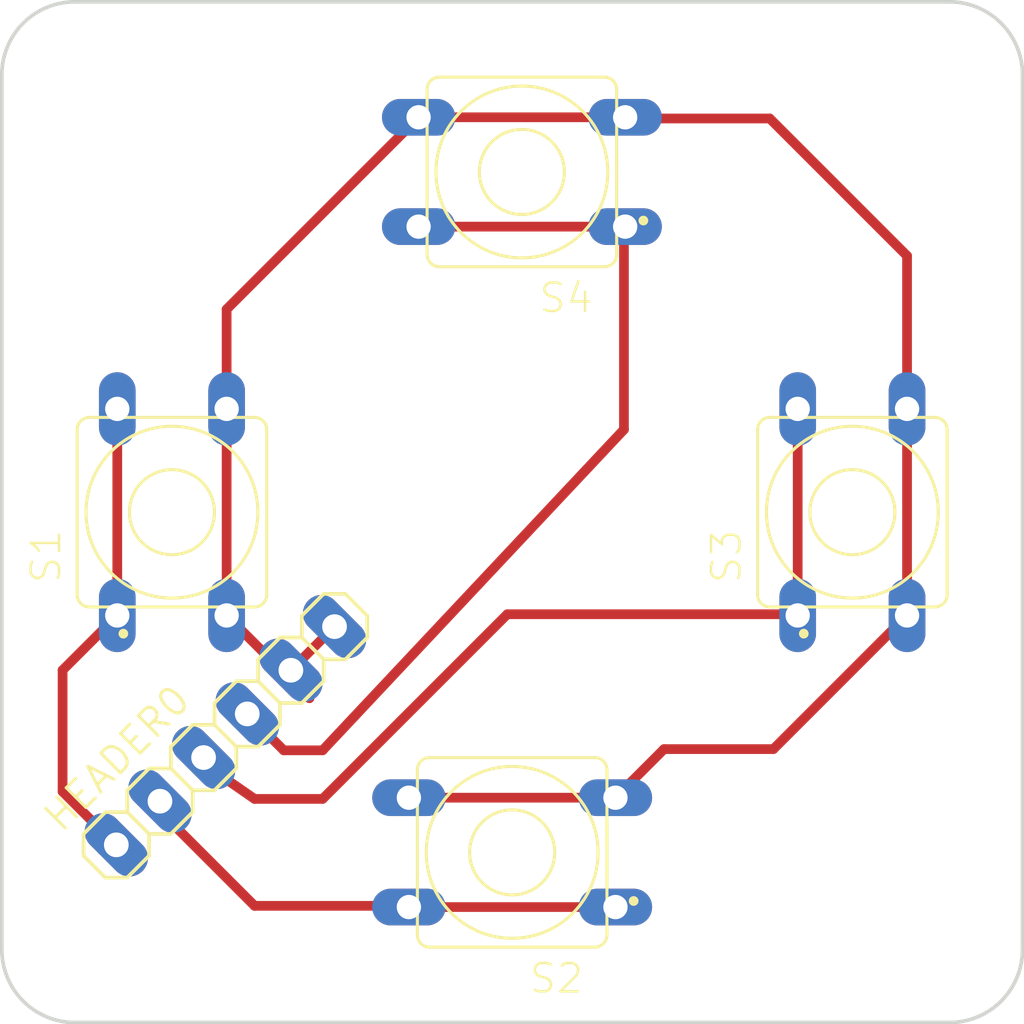
<source format=kicad_pcb>
(kicad_pcb (version 20221018) (generator pcbnew)
  (layers (0 "F.Cu" signal) (31 "B.Cu" signal) (34 "B.Paste" user) (35 "F.Paste" user) (36 "B.SilkS" user "B.Silkscreen") (37 "F.SilkS" user "F.Silkscreen") (38 "B.Mask" user) (39 "F.Mask" user) (44 "Edge.Cuts" user))
  (net 0 "")
  (net 1 "A")
  (net 2 "B")
  (net 3 "X")
  (net 4 "Y")
  (net 5 "GND")
  (footprint "working:8MM_SWITCH" (layer "F.Cu") (at 148.9011 91.0036 180)
    (fp_text reference "S4" (at -3 -4.5 180) (layer "F.SilkS") (effects (font (size 1.1684 1.1684) (thickness 0.1016)) (justify right top)))
    (fp_text value "SOFT_SWITCH" hide)
    (fp_line (start -3.9 3.4) (end -3.9 -3.4) (stroke (width 0.127)) (layer "F.SilkS"))
    (fp_line (start -3.4 -3.9) (end 3.4 -3.9) (stroke (width 0.127)) (layer "F.SilkS"))
    (fp_line (start 3.4 3.9) (end -3.4 3.9) (stroke (width 0.127)) (layer "F.SilkS"))
    (fp_line (start 3.9 -3.4) (end 3.9 3.4) (stroke (width 0.127)) (layer "F.SilkS"))
    (fp_arc (start -3.9 -3.4) (mid -3.753553 -3.753553) (end -3.4 -3.9) (stroke (width 0.127)) (layer "F.SilkS"))
    (fp_arc (start -3.4 3.9) (mid -3.753553 3.753553) (end -3.9 3.4) (stroke (width 0.127)) (layer "F.SilkS"))
    (fp_arc (start 3.4 -3.9) (mid 3.753553 -3.753553) (end 3.9 -3.4) (stroke (width 0.127)) (layer "F.SilkS"))
    (fp_arc (start 3.9 3.4) (mid 3.753553 3.753553) (end 3.4 3.9) (stroke (width 0.127)) (layer "F.SilkS"))
    (fp_circle (center -5 -2) (end -4.9 -2) (stroke (width 0.2)) (fill solid) (layer "F.SilkS"))
    (fp_circle (center 0 0) (end 1.75 0) (stroke (width 0.127)) (fill none) (layer "F.SilkS"))
    (fp_circle (center 0 0) (end 3.535531 0) (stroke (width 0.127)) (fill none) (layer "F.SilkS"))
    (pad "1" thru_hole oval (at -4.25 -2.25) (size 3.016 1.508) (drill 1) (layers "*.Cu" "*.Mask") (net 4 "Y"))
    (pad "2" thru_hole oval (at 4.25 -2.25 180) (size 3.016 1.508) (drill 1) (layers "*.Cu" "*.Mask") (net 4 "Y"))
    (pad "3" thru_hole oval (at -4.25 2.25 180) (size 3.016 1.508) (drill 1) (layers "*.Cu" "*.Mask") (net 5 "GND"))
    (pad "4" thru_hole oval (at 4.25 2.25 180) (size 3.016 1.508) (drill 1) (layers "*.Cu" "*.Mask") (net 5 "GND"))
  )
  (footprint "working:8MM_SWITCH" (layer "F.Cu") (at 148.5011 119.0036 180)
    (fp_text reference "S2" (at -3 -4.5 180) (layer "F.SilkS") (effects (font (size 1.1684 1.1684) (thickness 0.1016)) (justify right top)))
    (fp_text value "SOFT_SWITCH" hide)
    (fp_line (start -3.9 3.4) (end -3.9 -3.4) (stroke (width 0.127)) (layer "F.SilkS"))
    (fp_line (start -3.4 -3.9) (end 3.4 -3.9) (stroke (width 0.127)) (layer "F.SilkS"))
    (fp_line (start 3.4 3.9) (end -3.4 3.9) (stroke (width 0.127)) (layer "F.SilkS"))
    (fp_line (start 3.9 -3.4) (end 3.9 3.4) (stroke (width 0.127)) (layer "F.SilkS"))
    (fp_arc (start -3.9 -3.4) (mid -3.753553 -3.753553) (end -3.4 -3.9) (stroke (width 0.127)) (layer "F.SilkS"))
    (fp_arc (start -3.4 3.9) (mid -3.753553 3.753553) (end -3.9 3.4) (stroke (width 0.127)) (layer "F.SilkS"))
    (fp_arc (start 3.4 -3.9) (mid 3.753553 -3.753553) (end 3.9 -3.4) (stroke (width 0.127)) (layer "F.SilkS"))
    (fp_arc (start 3.9 3.4) (mid 3.753553 3.753553) (end 3.4 3.9) (stroke (width 0.127)) (layer "F.SilkS"))
    (fp_circle (center -5 -2) (end -4.9 -2) (stroke (width 0.2)) (fill solid) (layer "F.SilkS"))
    (fp_circle (center 0 0) (end 1.75 0) (stroke (width 0.127)) (fill none) (layer "F.SilkS"))
    (fp_circle (center 0 0) (end 3.535531 0) (stroke (width 0.127)) (fill none) (layer "F.SilkS"))
    (pad "1" thru_hole oval (at -4.25 -2.25) (size 3.016 1.508) (drill 1) (layers "*.Cu" "*.Mask") (net 2 "B"))
    (pad "2" thru_hole oval (at 4.25 -2.25 180) (size 3.016 1.508) (drill 1) (layers "*.Cu" "*.Mask") (net 2 "B"))
    (pad "3" thru_hole oval (at -4.25 2.25 180) (size 3.016 1.508) (drill 1) (layers "*.Cu" "*.Mask") (net 5 "GND"))
    (pad "4" thru_hole oval (at 4.25 2.25 180) (size 3.016 1.508) (drill 1) (layers "*.Cu" "*.Mask") (net 5 "GND"))
  )
  (footprint "" (layer "F.Cu") (at 166.5011 123.0036)
    (fp_text reference "@HOLE1" hide)
    (fp_text value "" (at 0 0) (layer "F.SilkS") (effects (font (size 1.27 1.27))))
    (pad "" np_thru_hole circle (at 0 0) (size 2.5 2.5) (drill 2.5) (layers "*.Cu" "*.Mask"))
  )
  (footprint "" (layer "F.Cu") (at 166.5011 87.0036)
    (fp_text reference "@HOLE3" hide)
    (fp_text value "" (at 0 0) (layer "F.SilkS") (effects (font (size 1.27 1.27))))
    (pad "" np_thru_hole circle (at 0 0) (size 2.5 2.5) (drill 2.5) (layers "*.Cu" "*.Mask"))
  )
  (footprint "working:8MM_SWITCH" (layer "F.Cu") (at 162.5011 105.0036 90)
    (fp_text reference "S3" (at -3 -4.5 90) (layer "F.SilkS") (effects (font (size 1.1684 1.1684) (thickness 0.1016)) (justify left bottom)))
    (fp_text value "SOFT_SWITCH" hide)
    (fp_line (start -3.9 3.4) (end -3.9 -3.4) (stroke (width 0.127)) (layer "F.SilkS"))
    (fp_line (start -3.4 -3.9) (end 3.4 -3.9) (stroke (width 0.127)) (layer "F.SilkS"))
    (fp_line (start 3.4 3.9) (end -3.4 3.9) (stroke (width 0.127)) (layer "F.SilkS"))
    (fp_line (start 3.9 -3.4) (end 3.9 3.4) (stroke (width 0.127)) (layer "F.SilkS"))
    (fp_arc (start -3.9 -3.4) (mid -3.753553 -3.753553) (end -3.4 -3.9) (stroke (width 0.127)) (layer "F.SilkS"))
    (fp_arc (start -3.4 3.9) (mid -3.753553 3.753553) (end -3.9 3.4) (stroke (width 0.127)) (layer "F.SilkS"))
    (fp_arc (start 3.4 -3.9) (mid 3.753553 -3.753553) (end 3.9 -3.4) (stroke (width 0.127)) (layer "F.SilkS"))
    (fp_arc (start 3.9 3.4) (mid 3.753553 3.753553) (end 3.4 3.9) (stroke (width 0.127)) (layer "F.SilkS"))
    (fp_circle (center -5 -2) (end -4.9 -2) (stroke (width 0.2)) (fill solid) (layer "F.SilkS"))
    (fp_circle (center 0 0) (end 1.75 0) (stroke (width 0.127)) (fill none) (layer "F.SilkS"))
    (fp_circle (center 0 0) (end 3.535531 0) (stroke (width 0.127)) (fill none) (layer "F.SilkS"))
    (pad "1" thru_hole oval (at -4.25 -2.25 270) (size 3.016 1.508) (drill 1) (layers "*.Cu" "*.Mask") (net 3 "X"))
    (pad "2" thru_hole oval (at 4.25 -2.25 90) (size 3.016 1.508) (drill 1) (layers "*.Cu" "*.Mask") (net 3 "X"))
    (pad "3" thru_hole oval (at -4.25 2.25 90) (size 3.016 1.508) (drill 1) (layers "*.Cu" "*.Mask") (net 5 "GND"))
    (pad "4" thru_hole oval (at 4.25 2.25 90) (size 3.016 1.508) (drill 1) (layers "*.Cu" "*.Mask") (net 5 "GND"))
  )
  (footprint "" (layer "F.Cu") (at 130.5011 123.0036)
    (fp_text reference "@HOLE0" hide)
    (fp_text value "" (at 0 0) (layer "F.SilkS") (effects (font (size 1.27 1.27))))
    (pad "" np_thru_hole circle (at 0 0) (size 2.5 2.5) (drill 2.5) (layers "*.Cu" "*.Mask"))
  )
  (footprint "working:1X06" (layer "F.Cu") (at 136.7011 114.2036 45)
    (fp_text reference "HEADER0" (at -7.6962 -1.8288 45) (layer "F.SilkS") (effects (font (size 1.143 1.143) (thickness 0.127)) (justify left bottom)))
    (fp_text value "")
    (fp_line (start -7.62 -0.635) (end -7.62 0.635) (stroke (width 0.1524)) (layer "F.SilkS"))
    (fp_line (start -7.62 0.635) (end -6.985 1.27) (stroke (width 0.1524)) (layer "F.SilkS"))
    (fp_line (start -6.985 -1.27) (end -7.62 -0.635) (stroke (width 0.1524)) (layer "F.SilkS"))
    (fp_line (start -6.985 -1.27) (end -5.715 -1.27) (stroke (width 0.1524)) (layer "F.SilkS"))
    (fp_line (start -5.715 -1.27) (end -5.08 -0.635) (stroke (width 0.1524)) (layer "F.SilkS"))
    (fp_line (start -5.715 1.27) (end -6.985 1.27) (stroke (width 0.1524)) (layer "F.SilkS"))
    (fp_line (start -5.08 -0.635) (end -5.08 0.635) (stroke (width 0.1524)) (layer "F.SilkS"))
    (fp_line (start -5.08 -0.635) (end -4.445 -1.27) (stroke (width 0.1524)) (layer "F.SilkS"))
    (fp_line (start -5.08 0.635) (end -5.715 1.27) (stroke (width 0.1524)) (layer "F.SilkS"))
    (fp_line (start -4.445 -1.27) (end -3.175 -1.27) (stroke (width 0.1524)) (layer "F.SilkS"))
    (fp_line (start -4.445 1.27) (end -5.08 0.635) (stroke (width 0.1524)) (layer "F.SilkS"))
    (fp_line (start -3.175 -1.27) (end -2.54 -0.635) (stroke (width 0.1524)) (layer "F.SilkS"))
    (fp_line (start -3.175 1.27) (end -4.445 1.27) (stroke (width 0.1524)) (layer "F.SilkS"))
    (fp_line (start -2.54 -0.635) (end -2.54 0.635) (stroke (width 0.1524)) (layer "F.SilkS"))
    (fp_line (start -2.54 -0.635) (end -1.905 -1.27) (stroke (width 0.1524)) (layer "F.SilkS"))
    (fp_line (start -2.54 0.635) (end -3.175 1.27) (stroke (width 0.1524)) (layer "F.SilkS"))
    (fp_line (start -1.905 -1.27) (end -0.635 -1.27) (stroke (width 0.1524)) (layer "F.SilkS"))
    (fp_line (start -1.905 1.27) (end -2.54 0.635) (stroke (width 0.1524)) (layer "F.SilkS"))
    (fp_line (start -0.635 -1.27) (end 0 -0.635) (stroke (width 0.1524)) (layer "F.SilkS"))
    (fp_line (start -0.635 1.27) (end -1.905 1.27) (stroke (width 0.1524)) (layer "F.SilkS"))
    (fp_line (start 0 -0.635) (end 0 0.635) (stroke (width 0.1524)) (layer "F.SilkS"))
    (fp_line (start 0 0.635) (end -0.635 1.27) (stroke (width 0.1524)) (layer "F.SilkS"))
    (fp_line (start 0 0.635) (end 0.635 1.27) (stroke (width 0.1524)) (layer "F.SilkS"))
    (fp_line (start 0.635 -1.27) (end 0 -0.635) (stroke (width 0.1524)) (layer "F.SilkS"))
    (fp_line (start 0.635 -1.27) (end 1.905 -1.27) (stroke (width 0.1524)) (layer "F.SilkS"))
    (fp_line (start 1.905 -1.27) (end 2.54 -0.635) (stroke (width 0.1524)) (layer "F.SilkS"))
    (fp_line (start 1.905 1.27) (end 0.635 1.27) (stroke (width 0.1524)) (layer "F.SilkS"))
    (fp_line (start 2.54 -0.635) (end 2.54 0.635) (stroke (width 0.1524)) (layer "F.SilkS"))
    (fp_line (start 2.54 -0.635) (end 3.175 -1.27) (stroke (width 0.1524)) (layer "F.SilkS"))
    (fp_line (start 2.54 0.635) (end 1.905 1.27) (stroke (width 0.1524)) (layer "F.SilkS"))
    (fp_line (start 3.175 -1.27) (end 4.445 -1.27) (stroke (width 0.1524)) (layer "F.SilkS"))
    (fp_line (start 3.175 1.27) (end 2.54 0.635) (stroke (width 0.1524)) (layer "F.SilkS"))
    (fp_line (start 4.445 -1.27) (end 5.08 -0.635) (stroke (width 0.1524)) (layer "F.SilkS"))
    (fp_line (start 4.445 1.27) (end 3.175 1.27) (stroke (width 0.1524)) (layer "F.SilkS"))
    (fp_line (start 5.08 -0.635) (end 5.08 0.635) (stroke (width 0.1524)) (layer "F.SilkS"))
    (fp_line (start 5.08 0.635) (end 4.445 1.27) (stroke (width 0.1524)) (layer "F.SilkS"))
    (fp_line (start 5.08 0.635) (end 5.715 1.27) (stroke (width 0.1524)) (layer "F.SilkS"))
    (fp_line (start 5.715 -1.27) (end 5.08 -0.635) (stroke (width 0.1524)) (layer "F.SilkS"))
    (fp_line (start 5.715 -1.27) (end 6.985 -1.27) (stroke (width 0.1524)) (layer "F.SilkS"))
    (fp_line (start 6.985 -1.27) (end 7.62 -0.635) (stroke (width 0.1524)) (layer "F.SilkS"))
    (fp_line (start 6.985 1.27) (end 5.715 1.27) (stroke (width 0.1524)) (layer "F.SilkS"))
    (fp_line (start 7.62 -0.635) (end 7.62 0.635) (stroke (width 0.1524)) (layer "F.SilkS"))
    (fp_line (start 7.62 0.635) (end 6.985 1.27) (stroke (width 0.1524)) (layer "F.SilkS"))
    (pad "1" thru_hole oval (at -6.35 0 135) (size 3.048 1.524) (drill 1.016) (layers "*.Cu" "*.Mask") (net 1 "A"))
    (pad "2" thru_hole oval (at -3.81 0 135) (size 3.048 1.524) (drill 1.016) (layers "*.Cu" "*.Mask") (net 2 "B"))
    (pad "3" thru_hole oval (at -1.27 0 135) (size 3.048 1.524) (drill 1.016) (layers "*.Cu" "*.Mask") (net 3 "X"))
    (pad "4" thru_hole oval (at 1.27 0 135) (size 3.048 1.524) (drill 1.016) (layers "*.Cu" "*.Mask") (net 4 "Y"))
    (pad "5" thru_hole oval (at 3.81 0 135) (size 3.048 1.524) (drill 1.016) (layers "*.Cu" "*.Mask") (net 5 "GND"))
    (pad "6" thru_hole oval (at 6.35 0 135) (size 3.048 1.524) (drill 1.016) (layers "*.Cu" "*.Mask") (net 5 "GND"))
  )
  (footprint "working:8MM_SWITCH" (layer "F.Cu") (at 134.5011 105.0036 90)
    (fp_text reference "S1" (at -3 -4.5 90) (layer "F.SilkS") (effects (font (size 1.1684 1.1684) (thickness 0.1016)) (justify left bottom)))
    (fp_text value "SOFT_SWITCH" hide)
    (fp_line (start -3.9 3.4) (end -3.9 -3.4) (stroke (width 0.127)) (layer "F.SilkS"))
    (fp_line (start -3.4 -3.9) (end 3.4 -3.9) (stroke (width 0.127)) (layer "F.SilkS"))
    (fp_line (start 3.4 3.9) (end -3.4 3.9) (stroke (width 0.127)) (layer "F.SilkS"))
    (fp_line (start 3.9 -3.4) (end 3.9 3.4) (stroke (width 0.127)) (layer "F.SilkS"))
    (fp_arc (start -3.9 -3.4) (mid -3.753553 -3.753553) (end -3.4 -3.9) (stroke (width 0.127)) (layer "F.SilkS"))
    (fp_arc (start -3.4 3.9) (mid -3.753553 3.753553) (end -3.9 3.4) (stroke (width 0.127)) (layer "F.SilkS"))
    (fp_arc (start 3.4 -3.9) (mid 3.753553 -3.753553) (end 3.9 -3.4) (stroke (width 0.127)) (layer "F.SilkS"))
    (fp_arc (start 3.9 3.4) (mid 3.753553 3.753553) (end 3.4 3.9) (stroke (width 0.127)) (layer "F.SilkS"))
    (fp_circle (center -5 -2) (end -4.9 -2) (stroke (width 0.2)) (fill solid) (layer "F.SilkS"))
    (fp_circle (center 0 0) (end 1.75 0) (stroke (width 0.127)) (fill none) (layer "F.SilkS"))
    (fp_circle (center 0 0) (end 3.535531 0) (stroke (width 0.127)) (fill none) (layer "F.SilkS"))
    (pad "1" thru_hole oval (at -4.25 -2.25 270) (size 3.016 1.508) (drill 1) (layers "*.Cu" "*.Mask") (net 1 "A"))
    (pad "2" thru_hole oval (at 4.25 -2.25 90) (size 3.016 1.508) (drill 1) (layers "*.Cu" "*.Mask") (net 1 "A"))
    (pad "3" thru_hole oval (at -4.25 2.25 90) (size 3.016 1.508) (drill 1) (layers "*.Cu" "*.Mask") (net 5 "GND"))
    (pad "4" thru_hole oval (at 4.25 2.25 90) (size 3.016 1.508) (drill 1) (layers "*.Cu" "*.Mask") (net 5 "GND"))
  )
  (footprint "" (layer "F.Cu") (at 130.5011 87.0036)
    (fp_text reference "@HOLE2" hide)
    (fp_text value "" (at 0 0) (layer "F.SilkS") (effects (font (size 1.27 1.27))))
    (pad "" np_thru_hole circle (at 0 0) (size 2.5 2.5) (drill 2.5) (layers "*.Cu" "*.Mask"))
  )
  (gr_line (start 127.5011 123.0036) (end 127.5011 87.0036) (stroke (width 0.1524)) (layer "Edge.Cuts"))
  (gr_line (start 169.5011 87.0036) (end 169.5011 123.0036) (stroke (width 0.1524)) (layer "Edge.Cuts"))
  (gr_arc (start 127.5011 87.0036) (mid 128.37978 84.88228) (end 130.5011 84.0036) (stroke (width 0.1524)) (layer "Edge.Cuts"))
  (gr_arc (start 130.5011 126.0036) (mid 128.37978 125.12492) (end 127.5011 123.0036) (stroke (width 0.1524)) (layer "Edge.Cuts"))
  (gr_line (start 166.5011 126.0036) (end 130.5011 126.0036) (stroke (width 0.1524)) (layer "Edge.Cuts"))
  (gr_arc (start 166.5011 84.0036) (mid 168.62242 84.88228) (end 169.5011 87.0036) (stroke (width 0.1524)) (layer "Edge.Cuts"))
  (gr_arc (start 169.5011 123.0036) (mid 168.62242 125.12492) (end 166.5011 126.0036) (stroke (width 0.1524)) (layer "Edge.Cuts"))
  (gr_line (start 130.5011 84.0036) (end 166.5011 84.0036) (stroke (width 0.1524)) (layer "Edge.Cuts"))
  (segment (start 130.0011 116.5036) (end 130.0011 111.5036) (width 0.4) (layer "F.Cu") (net 1))
  (segment (start 132.2511 109.2536) (end 130.0011 111.5036) (width 0.4) (layer "F.Cu") (net 1))
  (segment (start 133.040971 119.543472) (end 130.0011 116.5036) (width 0.4) (layer "F.Cu") (net 1))
  (segment (start 132.2511 100.7536) (end 132.2511 109.2536) (width 0.4) (layer "F.Cu") (net 1))
  (segment (start 132.210971 118.693729) (end 133.040971 119.543472) (width 0.4) (layer "F.Cu") (net 1))
  (segment (start 134.007021 116.897679) (end 134.807021 118.109522) (width 0.4) (layer "F.Cu") (net 2))
  (segment (start 137.9011 121.2036) (end 144.2011 121.2036) (width 0.4) (layer "F.Cu") (net 2))
  (segment (start 134.807021 118.109522) (end 137.9011 121.2036) (width 0.4) (layer "F.Cu") (net 2))
  (segment (start 144.2011 121.2036) (end 144.2511 121.2536) (width 0.4) (layer "F.Cu") (net 2))
  (segment (start 144.2511 121.2536) (end 152.7511 121.2536) (width 0.4) (layer "F.Cu") (net 2))
  (segment (start 137.9011 116.8036) (end 140.7011 116.8036) (width 0.4) (layer "F.Cu") (net 3))
  (segment (start 160.2511 109.2036) (end 160.2511 100.7536) (width 0.4) (layer "F.Cu") (net 3))
  (segment (start 160.2511 109.2036) (end 160.2511 109.2536) (width 0.4) (layer "F.Cu") (net 3))
  (segment (start 135.803071 115.101629) (end 136.603071 115.905572) (width 0.4) (layer "F.Cu") (net 3))
  (segment (start 136.603071 115.905572) (end 137.9011 116.8036) (width 0.4) (layer "F.Cu") (net 3))
  (segment (start 140.7011 116.8036) (end 148.3011 109.2036) (width 0.4) (layer "F.Cu") (net 3))
  (segment (start 148.3011 109.2036) (end 160.2511 109.2036) (width 0.4) (layer "F.Cu") (net 3))
  (segment (start 139.1011 114.8036) (end 140.7011 114.8036) (width 0.4) (layer "F.Cu") (net 4))
  (segment (start 137.599125 113.305575) (end 138.403075 114.105575) (width 0.4) (layer "F.Cu") (net 4))
  (segment (start 153.1011 93.2536) (end 144.6511 93.2536) (width 0.4) (layer "F.Cu") (net 4))
  (segment (start 153.1011 101.6036) (end 153.1011 93.2536) (width 0.4) (layer "F.Cu") (net 4))
  (segment (start 138.403075 114.105575) (end 139.1011 114.8036) (width 0.4) (layer "F.Cu") (net 4))
  (segment (start 153.1011 93.2536) (end 153.1511 93.2536) (width 0.4) (layer "F.Cu") (net 4))
  (segment (start 140.7011 114.8036) (end 153.1011 101.6036) (width 0.4) (layer "F.Cu") (net 4))
  (segment (start 139.395175 111.509525) (end 140.157025 112.659525) (width 0.4) (layer "F.Cu") (net 5))
  (segment (start 136.7511 96.6536) (end 144.6511 88.7536) (width 0.4) (layer "F.Cu") (net 5))
  (segment (start 153.1511 88.7536) (end 144.6511 88.7536) (width 0.4) (layer "F.Cu") (net 5))
  (segment (start 164.7511 94.4536) (end 159.1011 88.8036) (width 0.4) (layer "F.Cu") (net 5))
  (segment (start 136.7511 100.7536) (end 136.7511 96.6536) (width 0.4) (layer "F.Cu") (net 5))
  (segment (start 141.191225 109.713475) (end 139.395175 111.509525) (width 0.4) (layer "F.Cu") (net 5))
  (segment (start 152.7511 116.7536) (end 144.2511 116.7536) (width 0.4) (layer "F.Cu") (net 5))
  (segment (start 154.7511 114.7536) (end 152.7511 116.7536) (width 0.4) (layer "F.Cu") (net 5))
  (segment (start 164.7511 109.2536) (end 164.7511 100.7536) (width 0.4) (layer "F.Cu") (net 5))
  (segment (start 164.7511 109.2536) (end 159.2511 114.7536) (width 0.4) (layer "F.Cu") (net 5))
  (segment (start 136.7511 109.2536) (end 136.7511 100.7536) (width 0.4) (layer "F.Cu") (net 5))
  (segment (start 159.1011 88.8036) (end 153.2011 88.8036) (width 0.4) (layer "F.Cu") (net 5))
  (segment (start 136.7511 109.2536) (end 140.157025 112.659525) (width 0.4) (layer "F.Cu") (net 5))
  (segment (start 164.7511 100.7536) (end 164.7511 94.4536) (width 0.4) (layer "F.Cu") (net 5))
  (segment (start 153.2011 88.8036) (end 153.1511 88.7536) (width 0.4) (layer "F.Cu") (net 5))
  (segment (start 159.2511 114.7536) (end 154.7511 114.7536) (width 0.4) (layer "F.Cu") (net 5))
)
</source>
